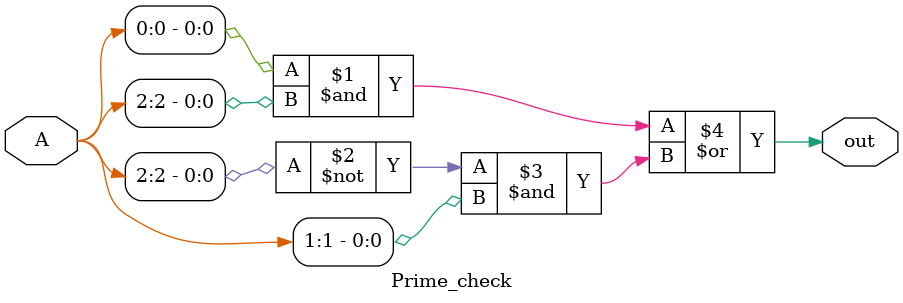
<source format=v>
module Prime_check (A, out);
 input [2:0]A; 
 output out;
 /*All possible numbers can be implemented in 3-bit
  000---001---010---011---100---101---110---111
  prime numbers are 010---011---101---111
 */
 assign out= (A[0]&A[2])|((~A[2])&A[1]); 
 /*
 wire z1,z2;
 nand NAND1   (z1,A[0],A[2]);
 nand NAND2   (z2,A[1],(~A[2]));
 nand NANDOUT (out,z1,z2);
 */
 //And we can also do the functionality with Case statement
endmodule 
</source>
